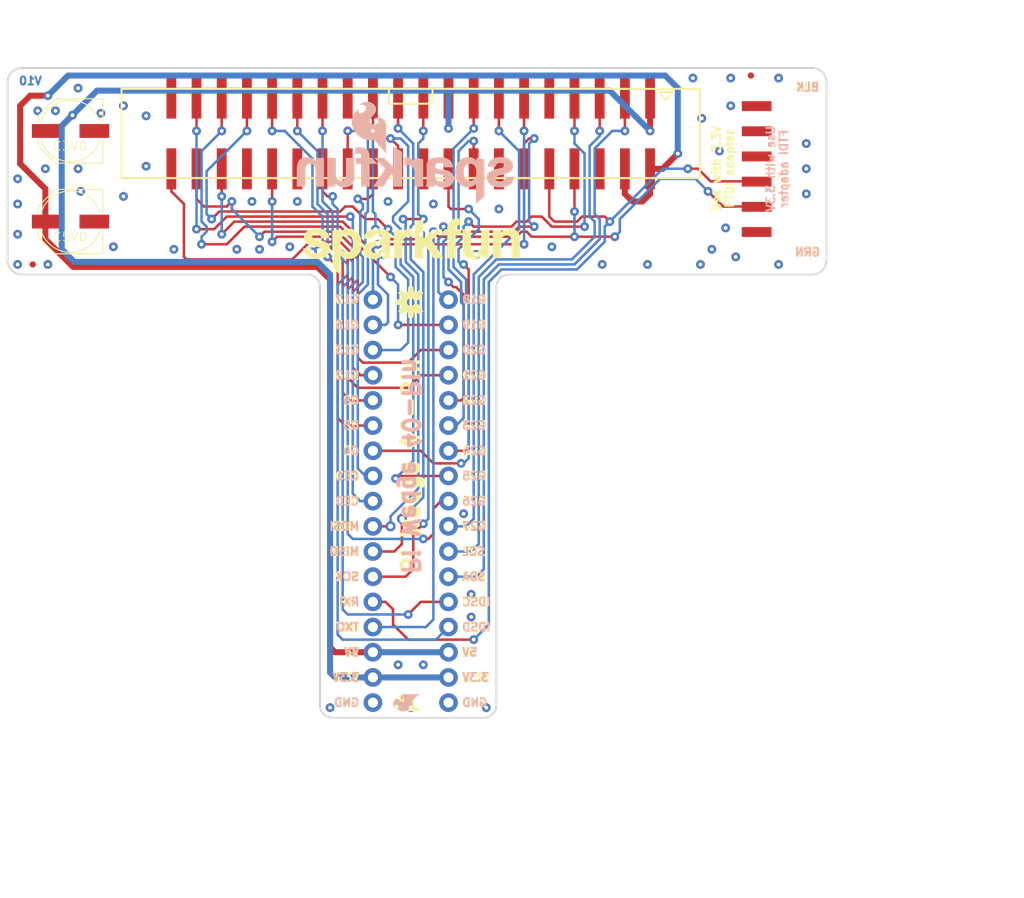
<source format=kicad_pcb>
(kicad_pcb (version 20211014) (generator pcbnew)
  (layers (0 "F.Cu" signal) (31 "B.Cu" signal) (34 "B.Paste" user) (35 "F.Paste" user) (36 "B.SilkS" user "B.Silkscreen") (37 "F.SilkS" user "F.Silkscreen") (38 "B.Mask" user) (39 "F.Mask" user) (44 "Edge.Cuts" user))
  (net 0 "")
  (net 1 "SCL")
  (net 2 "SDA")
  (net 3 "GND")
  (net 4 "5V")
  (net 5 "3.3V")
  (net 6 "TXO")
  (net 7 "RXI")
  (net 8 "GP4")
  (net 9 "GP27")
  (net 10 "GP25")
  (net 11 "GP24")
  (net 12 "GP23")
  (net 13 "GP22")
  (net 14 "GP18")
  (net 15 "GP17")
  (net 16 "ID_SD")
  (net 17 "ID_SC")
  (net 18 "SCLK")
  (net 19 "MISO")
  (net 20 "MOSI")
  (net 21 "CE0")
  (net 22 "CE1")
  (net 23 "GP5")
  (net 24 "GP6")
  (net 25 "GP12")
  (net 26 "GP13")
  (net 27 "GP16")
  (net 28 "GP19")
  (net 29 "GP20")
  (net 30 "GP21")
  (net 31 "GP26")
  (footprint "boardEagle:PANASONIC_D" (layer "F.Cu") (at 113.5761 78.5876 180)
    (fp_text reference "C3V0")
    (fp_text value "47uf")
  )
  (footprint "boardEagle:2X20-SHROUDED-SMT" (layer "F.Cu") (at 147.8661 78.8416 -90)
    (fp_text reference "JP2" hide)
    (fp_text value "RASPBERRYPI-40-PIN-GPIO-SMT")
  )
  (footprint "boardEagle:SFE_LOGO_NAME_.2" (layer "F.Cu") (at 137.0711 93.0656)
    (fp_text reference "LOGO1" hide)
    (fp_text value "SFE_LOGO_NAME.2_INCH" hide)
  )
  (footprint "boardEagle:MICRO-FIDUCIAL" (layer "F.Cu") (at 182.1561 72.9996)
    (fp_text reference "FID1" hide)
    (fp_text value "FIDUCIALUFIDUCIAL" hide)
  )
  (footprint "boardEagle:STAND-OFF" (layer "F.Cu") (at 174.5361 88.2396)
    (fp_text reference "STANDOFF2" hide)
    (fp_text value "STAND-OFF" hide)
  )
  (footprint "boardEagle:BREADBOARD_SPACING" (layer "F.Cu") (at 147.8661 68.9356)
    (fp_text reference "U$2" hide)
    (fp_text value "BREADBOARD_PATTERN" hide)
  )
  (footprint "boardEagle:PANASONIC_D" (layer "F.Cu") (at 113.5761 87.7316 180)
    (fp_text reference "C5V0")
    (fp_text value "47uf")
  )
  (footprint "boardEagle:STAND-OFF" (layer "F.Cu") (at 121.1961 88.2396)
    (fp_text reference "STANDOFF1" hide)
    (fp_text value "STAND-OFF" hide)
  )
  (footprint "boardEagle:FTDI_DEVICE_RA_SMT" (layer "F.Cu") (at 187.7441 82.4296 90)
    (fp_text reference "JP1")
    (fp_text value "FTDI Device")
  )
  (footprint "boardEagle:SFE_LOGO_FLAME_.1" (layer "F.Cu") (at 149.1361 137.3886 90)
    (fp_text reference "LOGO3" hide)
    (fp_text value "SFE_LOGO_FLAME.1_INCH" hide)
  )
  (footprint "boardEagle:CREATIVE_COMMONS" (layer "F.Cu") (at 126.7841 155.5496)
    (fp_text reference "FRAME2" hide)
    (fp_text value "FRAME-LETTER" hide)
  )
  (footprint "boardEagle:OSHW-LOGO-S" (layer "F.Cu") (at 147.8661 95.8596 90)
    (fp_text reference "LOGO5" hide)
    (fp_text value "OSHW-LOGOS" hide)
  )
  (footprint "boardEagle:MICRO-FIDUCIAL" (layer "F.Cu") (at 109.7661 92.0496)
    (fp_text reference "FID2" hide)
    (fp_text value "FIDUCIALUFIDUCIAL" hide)
  )
  (footprint "boardEagle:1X17_NO_SILK_KIT" (layer "B.Cu") (at 144.0561 136.2456 90)
    (fp_text reference "JP3" hide)
    (fp_text value "1x17" hide)
  )
  (footprint "boardEagle:SFE_LOGO_FLAME_.1" (layer "B.Cu") (at 149.0091 135.1026 -90)
    (fp_text reference "LOGO4" hide)
    (fp_text value "SFE_LOGO_FLAME.1_INCH" hide)
  )
  (footprint "boardEagle:1X17_NO_SILK_KIT" (layer "B.Cu") (at 151.6761 136.2456 90)
    (fp_text reference "JP4" hide)
    (fp_text value "1x17" hide)
  )
  (footprint "boardEagle:SFE_LOGO_NAME_FLAME_.2" (layer "B.Cu") (at 158.9151 85.9536 180)
    (fp_text reference "LOGO2" hide)
    (fp_text value "SFE_LOGO_NAME_FLAME.2_INCH" hide)
  )
  (gr_line (start 188.339259 72.2376) (end 108.66294 72.2376) (layer "Edge.Cuts") (width 0.2032))
  (gr_line (start 107.2261 73.674441) (end 107.2261 91.62876) (layer "Edge.Cuts") (width 0.2032))
  (gr_arc (start 108.66294 93.0656) (mid 107.646941 92.644759) (end 107.2261 91.62876) (layer "Edge.Cuts") (width 0.2032))
  (gr_line (start 138.7221 94.3356) (end 138.7221 136.4996) (layer "Edge.Cuts") (width 0.2032))
  (gr_arc (start 107.226099 73.674441) (mid 107.64694 72.658441) (end 108.66294 72.2376) (layer "Edge.Cuts") (width 0.2032))
  (gr_arc (start 139.9921 137.7696) (mid 139.094074 137.397626) (end 138.7221 136.4996) (layer "Edge.Cuts") (width 0.2032))
  (gr_arc (start 156.5021 94.3356) (mid 156.874074 93.437574) (end 157.7721 93.0656) (layer "Edge.Cuts") (width 0.2032))
  (gr_line (start 108.66294 93.0656) (end 137.4521 93.0656) (layer "Edge.Cuts") (width 0.2032))
  (gr_arc (start 188.339257 72.2376) (mid 189.355258 72.658441) (end 189.7761 73.674441) (layer "Edge.Cuts") (width 0.2032))
  (gr_arc (start 137.4521 93.0656) (mid 138.350126 93.437574) (end 138.7221 94.3356) (layer "Edge.Cuts") (width 0.2032))
  (gr_line (start 156.5021 136.4996) (end 156.5021 94.3356) (layer "Edge.Cuts") (width 0.2032))
  (gr_arc (start 156.5021 136.4996) (mid 156.130126 137.397626) (end 155.2321 137.7696) (layer "Edge.Cuts") (width 0.2032))
  (gr_line (start 139.9921 137.7696) (end 155.2321 137.7696) (layer "Edge.Cuts") (width 0.2032))
  (gr_arc (start 189.7761 91.62876) (mid 189.355259 92.64476) (end 188.339259 93.065601) (layer "Edge.Cuts") (width 0.2032))
  (gr_line (start 188.339259 93.0656) (end 157.7721 93.0656) (layer "Edge.Cuts") (width 0.2032))
  (gr_line (start 189.7761 73.674441) (end 189.7761 91.62876) (layer "Edge.Cuts") (width 0.2032))
  (gr_text "V10" (at 110.7821 74.0156) (layer "B.Cu") (effects (font (size 0.8128 0.8128) (thickness 0.2032)) (justify left bottom mirror)))
  (gr_text "G13" (at 142.7861 100.6856) (layer "B.SilkS") (effects (font (size 0.82296 0.82296) (thickness 0.19304)) (justify left mirror)))
  (gr_text "GND" (at 142.7861 136.2456) (layer "B.SilkS") (effects (font (size 0.82296 0.82296) (thickness 0.19304)) (justify left mirror)))
  (gr_text "SDA" (at 152.9461 123.5456) (layer "B.SilkS") (effects (font (size 0.82296 0.82296) (thickness 0.19304)) (justify right mirror)))
  (gr_text "3.3V" (at 152.9461 133.7056) (layer "B.SilkS") (effects (font (size 0.82296 0.82296) (thickness 0.19304)) (justify right mirror)))
  (gr_text "G23" (at 152.9461 108.3056) (layer "B.SilkS") (effects (font (size 0.82296 0.82296) (thickness 0.19304)) (justify right mirror)))
  (gr_text "G24" (at 152.9461 110.8456) (layer "B.SilkS") (effects (font (size 0.82296 0.82296) (thickness 0.19304)) (justify right mirror)))
  (gr_text "G17" (at 142.7861 95.6056) (layer "B.SilkS") (effects (font (size 0.82296 0.82296) (thickness 0.19304)) (justify left mirror)))
  (gr_text "3.3V" (at 142.7861 133.7056) (layer "B.SilkS") (effects (font (size 0.82296 0.82296) (thickness 0.19304)) (justify left mirror)))
  (gr_text "SCK" (at 142.7861 123.5456) (layer "B.SilkS") (effects (font (size 0.82296 0.82296) (thickness 0.19304)) (justify left mirror)))
  (gr_text "5V" (at 152.9461 131.1656) (layer "B.SilkS") (effects (font (size 0.82296 0.82296) (thickness 0.19304)) (justify right mirror)))
  (gr_text "Use with 3.3V\nFTDI adapter" (at 185.9661 82.3976 -270) (layer "B.SilkS") (effects (font (size 0.82296 0.82296) (thickness 0.19304)) (justify bottom mirror)))
  (gr_text "G4" (at 142.7861 110.8456) (layer "B.SilkS") (effects (font (size 0.82296 0.82296) (thickness 0.19304)) (justify left mirror)))
  (gr_text "SCL" (at 152.9461 121.0056) (layer "B.SilkS") (effects (font (size 0.82296 0.82296) (thickness 0.19304)) (justify right mirror)))
  (gr_text "G25" (at 152.9461 113.3856) (layer "B.SilkS") (effects (font (size 0.82296 0.82296) (thickness 0.19304)) (justify right mirror)))
  (gr_text "CE1" (at 142.7861 113.3856) (layer "B.SilkS") (effects (font (size 0.82296 0.82296) (thickness 0.19304)) (justify left mirror)))
  (gr_text "TXO" (at 142.7861 128.6256) (layer "B.SilkS") (effects (font (size 0.82296 0.82296) (thickness 0.19304)) (justify left mirror)))
  (gr_text "BLK" (at 187.8711 74.6506) (layer "B.SilkS") (effects (font (size 0.82296 0.82296) (thickness 0.19304)) (justify bottom mirror)))
  (gr_text "G18" (at 152.9461 95.6056) (layer "B.SilkS") (effects (font (size 0.82296 0.82296) (thickness 0.19304)) (justify right mirror)))
  (gr_text "GND" (at 152.9461 136.2456) (layer "B.SilkS") (effects (font (size 0.82296 0.82296) (thickness 0.19304)) (justify right mirror)))
  (gr_text "G27" (at 152.9461 118.4656) (layer "B.SilkS") (effects (font (size 0.82296 0.82296) (thickness 0.19304)) (justify right mirror)))
  (gr_text "G19" (at 152.9461 98.1456) (layer "B.SilkS") (effects (font (size 0.82296 0.82296) (thickness 0.19304)) (justify right mirror)))
  (gr_text "G12" (at 142.7861 103.2256) (layer "B.SilkS") (effects (font (size 0.82296 0.82296) (thickness 0.19304)) (justify left mirror)))
  (gr_text "G26" (at 152.9461 115.9256) (layer "B.SilkS") (effects (font (size 0.82296 0.82296) (thickness 0.19304)) (justify right mirror)))
  (gr_text "MISO" (at 142.7861 121.0056) (layer "B.SilkS") (effects (font (size 0.82296 0.82296) (thickness 0.19304)) (justify left mirror)))
  (gr_text "MOSI" (at 142.7861 118.4656) (layer "B.SilkS") (effects (font (size 0.82296 0.82296) (thickness 0.19304)) (justify left mirror)))
  (gr_text "CE0" (at 142.7861 115.9256) (layer "B.SilkS") (effects (font (size 0.82296 0.82296) (thickness 0.19304)) (justify left mirror)))
  (gr_text "G16" (at 142.7861 98.1456) (layer "B.SilkS") (effects (font (size 0.82296 0.82296) (thickness 0.19304)) (justify left mirror)))
  (gr_text "G20" (at 152.9461 100.6856) (layer "B.SilkS") (effects (font (size 0.82296 0.82296) (thickness 0.19304)) (justify right mirror)))
  (gr_text "Pi Wedge 40-Pin" (at 147.8661 112.3696 -90) (layer "B.SilkS") (effects (font (size 1.64592 1.64592) (thickness 0.38608)) (justify mirror)))
  (gr_text "RXI" (at 142.7861 126.0856) (layer "B.SilkS") (effects (font (size 0.82296 0.82296) (thickness 0.19304)) (justify left mirror)))
  (gr_text "IDSC" (at 152.9461 126.0856) (layer "B.SilkS") (effects (font (size 0.82296 0.82296) (thickness 0.19304)) (justify right mirror)))
  (gr_text "G21" (at 152.9461 103.2256) (layer "B.SilkS") (effects (font (size 0.82296 0.82296) (thickness 0.19304)) (justify right mirror)))
  (gr_text "G5" (at 142.7861 108.3056) (layer "B.SilkS") (effects (font (size 0.82296 0.82296) (thickness 0.19304)) (justify left mirror)))
  (gr_text "GRN" (at 187.8711 91.2876) (layer "B.SilkS") (effects (font (size 0.82296 0.82296) (thickness 0.19304)) (justify bottom mirror)))
  (gr_text "5V" (at 142.7861 131.1656) (layer "B.SilkS") (effects (font (size 0.82296 0.82296) (thickness 0.19304)) (justify left mirror)))
  (gr_text "G22" (at 152.9461 105.7656) (layer "B.SilkS") (effects (font (size 0.82296 0.82296) (thickness 0.19304)) (justify right mirror)))
  (gr_text "G6" (at 142.7861 105.7656) (layer "B.SilkS") (effects (font (size 0.82296 0.82296) (thickness 0.19304)) (justify left mirror)))
  (gr_text "IDSD" (at 152.9461 128.6256) (layer "B.SilkS") (effects (font (size 0.82296 0.82296) (thickness 0.19304)) (justify right mirror)))
  (gr_text "MISO" (at 142.7861 121.0056) (layer "F.SilkS") (effects (font (size 0.82296 0.82296) (thickness 0.19304)) (justify right)))
  (gr_text "5V" (at 152.9461 131.1656) (layer "F.SilkS") (effects (font (size 0.82296 0.82296) (thickness 0.19304)) (justify left)))
  (gr_text "SCL" (at 152.9461 121.0056) (layer "F.SilkS") (effects (font (size 0.82296 0.82296) (thickness 0.19304)) (justify left)))
  (gr_text "Use with 3.3V\nFTDI adapter" (at 180.5051 82.3976 90) (layer "F.SilkS") (effects (font (size 0.82296 0.82296) (thickness 0.19304)) (justify bottom)))
  (gr_text "G17" (at 142.7861 95.6056) (layer "F.SilkS") (effects (font (size 0.82296 0.82296) (thickness 0.19304)) (justify right)))
  (gr_text "BLK" (at 187.8711 74.6506) (layer "F.SilkS") (effects (font (size 0.82296 0.82296) (thickness 0.19304)) (justify bottom)))
  (gr_text "G20" (at 152.9461 100.6856) (layer "F.SilkS") (effects (font (size 0.82296 0.82296) (thickness 0.19304)) (justify left)))
  (gr_text "3.3V" (at 152.9461 133.7056) (layer "F.SilkS") (effects (font (size 0.82296 0.82296) (thickness 0.19304)) (justify left)))
  (gr_text "CE1" (at 142.7861 113.3856) (layer "F.SilkS") (effects (font (size 0.82296 0.82296) (thickness 0.19304)) (justify right)))
  (gr_text "G6" (at 142.7861 105.7656) (layer "F.SilkS") (effects (font (size 0.82296 0.82296) (thickness 0.19304)) (justify right)))
  (gr_text "GND" (at 142.7861 136.2456) (layer "F.SilkS") (effects (font (size 0.82296 0.82296) (thickness 0.19304)) (justify right)))
  (gr_text "MOSI" (at 142.7861 118.4656) (layer "F.SilkS") (effects (font (size 0.82296 0.82296) (thickness 0.19304)) (justify right)))
  (gr_text "G23" (at 152.9461 108.3056) (layer "F.SilkS") (effects (font (size 0.82296 0.82296) (thickness 0.19304)) (justify left)))
  (gr_text "5V" (at 142.7861 131.1656) (layer "F.SilkS") (effects (font (size 0.82296 0.82296) (thickness 0.19304)) (justify right)))
  (gr_text "G25" (at 152.9461 113.3856) (layer "F.SilkS") (effects (font (size 0.82296 0.82296) (thickness 0.19304)) (justify left)))
  (gr_text "G5" (at 142.7861 108.3056) (layer "F.SilkS") (effects (font (size 0.82296 0.82296) (thickness 0.19304)) (justify right)))
  (gr_text "G12" (at 142.7861 103.2256) (layer "F.SilkS") (effects (font (size 0.82296 0.82296) (thickness 0.19304)) (justify right)))
  (gr_text "GRN" (at 187.8711 91.2876) (layer "F.SilkS") (effects (font (size 0.82296 0.82296) (thickness 0.19304)) (justify bottom)))
  (gr_text "G18" (at 152.9461 95.6056) (layer "F.SilkS") (effects (font (size 0.82296 0.82296) (thickness 0.19304)) (justify left)))
  (gr_text "RXI" (at 142.7861 126.0856) (layer "F.SilkS") (effects (font (size 0.82296 0.82296) (thickness 0.19304)) (justify right)))
  (gr_text "CE0" (at 142.7861 115.9256) (layer "F.SilkS") (effects (font (size 0.82296 0.82296) (thickness 0.19304)) (justify right)))
  (gr_text "G19" (at 152.9461 98.1456) (layer "F.SilkS") (effects (font (size 0.82296 0.82296) (thickness 0.19304)) (justify left)))
  (gr_text "IDSD" (at 152.9461 128.6256) (layer "F.SilkS") (effects (font (size 0.82296 0.82296) (thickness 0.19304)) (justify left)))
  (gr_text "G4" (at 142.7861 110.8456) (layer "F.SilkS") (effects (font (size 0.82296 0.82296) (thickness 0.19304)) (justify right)))
  (gr_text "TXO" (at 142.7861 128.6256) (layer "F.SilkS") (effects (font (size 0.82296 0.82296) (thickness 0.19304)) (justify right)))
  (gr_text "G24" (at 152.9461 110.8456) (layer "F.SilkS") (effects (font (size 0.82296 0.82296) (thickness 0.19304)) (justify left)))
  (gr_text "SDA" (at 152.9461 123.5456) (layer "F.SilkS") (effects (font (size 0.82296 0.82296) (thickness 0.19304)) (justify left)))
  (gr_text "G16" (at 142.7861 98.1456) (layer "F.SilkS") (effects (font (size 0.82296 0.82296) (thickness 0.19304)) (justify right)))
  (gr_text "IDSC" (at 152.9461 126.0856) (layer "F.SilkS") (effects (font (size 0.82296 0.82296) (thickness 0.19304)) (justify left)))
  (gr_text "G13" (at 142.7861 100.6856) (layer "F.SilkS") (effects (font (size 0.82296 0.82296) (thickness 0.19304)) (justify right)))
  (gr_text "G21" (at 152.9461 103.2256) (layer "F.SilkS") (effects (font (size 0.82296 0.82296) (thickness 0.19304)) (justify left)))
  (gr_text "GND" (at 152.9461 136.2456) (layer "F.SilkS") (effects (font (size 0.82296 0.82296) (thickness 0.19304)) (justify left)))
  (gr_text "Pi Wedge 40-Pin" (at 147.8661 112.3696 90) (layer "F.SilkS") (effects (font (size 1.64592 1.64592) (thickness 0.38608))))
  (gr_text "G26" (at 152.9461 115.9256) (layer "F.SilkS") (effects (font (size 0.82296 0.82296) (thickness 0.19304)) (justify left)))
  (gr_text "SCK" (at 142.7861 123.5456) (layer "F.SilkS") (effects (font (size 0.82296 0.82296) (thickness 0.19304)) (justify right)))
  (gr_text "G27" (at 152.9461 118.4656) (layer "F.SilkS") (effects (font (size 0.82296 0.82296) (thickness 0.19304)) (justify left)))
  (gr_text "3.3V" (at 142.7861 133.7056) (layer "F.SilkS") (effects (font (size 0.82296 0.82296) (thickness 0.19304)) (justify right)))
  (gr_text "G22" (at 152.9461 105.7656) (layer "F.SilkS") (effects (font (size 0.82296 0.82296) (thickness 0.19304)) (justify left)))
  (segment (start 166.9161 75.2729) (end 166.9161 78.5876) (width 0.254) (layer "F.Cu") (net 1))
  (via (at 166.9161 78.5876) (size 0.889) (drill 0.381) (layers "F.Cu" "B.Cu") (net 1))
  (segment (start 153.9621 121.0056) (end 154.7241 120.2436) (width 0.254) (layer "B.Cu") (net 1))
  (segment (start 166.9161 78.5876) (end 166.9161 79.0956) (width 0.254) (layer "B.Cu") (net 1))
  (segment (start 154.7241 120.2436) (end 154.7241 93.3196) (width 0.254) (layer "B.Cu") (net 1))
  (segment (start 156.5021 91.5416) (end 164.1221 91.5416) (width 0.254) (layer "B.Cu") (net 1))
  (segment (start 164.1221 91.5416) (end 166.4081 89.2556) (width 0.254) (layer "B.Cu") (net 1))
  (segment (start 166.9161 79.0956) (end 165.9001 80.1116) (width 0.254) (layer "B.Cu") (net 1))
  (segment (start 165.9001 87.2236) (end 165.9001 80.1116) (width 0.254) (layer "B.Cu") (net 1))
  (segment (start 151.6761 121.0056) (end 153.9621 121.0056) (width 0.254) (layer "B.Cu") (net 1))
  (segment (start 154.7241 93.3196) (end 156.5021 91.5416) (width 0.254) (layer "B.Cu") (net 1))
  (segment (start 166.4081 87.7316) (end 165.9001 87.2236) (width 0.254) (layer "B.Cu") (net 1))
  (segment (start 166.4081 89.2556) (end 166.4081 87.7316) (width 0.254) (layer "B.Cu") (net 1))
  (segment (start 169.4561 75.2729) (end 169.4561 78.5876) (width 0.254) (layer "F.Cu") (net 2))
  (via (at 169.4561 78.5876) (size 0.889) (drill 0.381) (layers "F.Cu" "B.Cu") (net 2))
  (segment (start 166.9161 87.4776) (end 166.9161 89.5096) (width 0.254) (layer "B.Cu") (net 2))
  (segment (start 166.9161 89.5096) (end 164.3761 92.0496) (width 0.254) (layer "B.Cu") (net 2))
  (segment (start 151.6761 123.5456) (end 154.4701 123.5456) (width 0.254) (layer "B.Cu") (net 2))
  (segment (start 169.4561 78.5876) (end 168.1861 78.5876) (width 0.254) (layer "B.Cu") (net 2))
  (segment (start 168.1861 78.5876) (end 166.4081 80.3656) (width 0.254) (layer "B.Cu") (net 2))
  (segment (start 156.7561 92.0496) (end 155.2321 93.5736) (width 0.254) (layer "B.Cu") (net 2))
  (segment (start 166.4081 80.3656) (end 166.4081 86.9696) (width 0.254) (layer "B.Cu") (net 2))
  (segment (start 164.3761 92.0496) (end 156.7561 92.0496) (width 0.254) (layer "B.Cu") (net 2))
  (segment (start 166.4081 86.9696) (end 166.9161 87.4776) (width 0.254) (layer "B.Cu") (net 2))
  (segment (start 154.4701 123.5456) (end 155.2321 122.7836) (width 0.254) (layer "B.Cu") (net 2))
  (segment (start 155.2321 122.7836) (end 155.2321 93.5736) (width 0.254) (layer "B.Cu") (net 2))
  (via (at 108.2421 92.0496) (size 0.889) (drill 0.381) (layers "F.Cu" "B.Cu") (net 3))
  (via (at 179.6161 88.3666) (size 0.889) (drill 0.381) (layers "F.Cu" "B.Cu") (net 3))
  (via (at 156.7561 86.4616) (size 0.889) (drill 0.381) (layers "F.Cu" "B.Cu") (net 3))
  (via (at 167.1701 92.0496) (size 0.889) (drill 0.381) (layers "F.Cu" "B.Cu") (net 3))
  (via (at 180.1241 73.2536) (size 0.889) (drill 0.381) (layers "F.Cu" "B.Cu") (net 3))
  (via (at 116.6241 76.8096) (size 0.889) (drill 0.381) (layers "F.Cu" "B.Cu") (net 3))
  (via (at 177.0761 92.0496) (size 0.889) (drill 0.381) (layers "F.Cu" "B.Cu") (net 3))
  (via (at 149.1361 132.4356) (size 0.889) (drill 0.381) (layers "F.Cu" "B.Cu") (net 3))
  (via (at 153.9621 127.6096) (size 0.889) (drill 0.381) (layers "F.Cu" "B.Cu") (net 3))
  (via (at 162.0901 90.2716) (size 0.889) (drill 0.381) (layers "F.Cu" "B.Cu") (net 3))
  (via (at 114.3381 82.3976) (size 0.889) (drill 0.381) (layers "F.Cu" "B.Cu") (net 3))
  (via (at 123.9901 90.5256) (size 0.889) (drill 0.381) (layers "F.Cu" "B.Cu") (net 3))
  (via (at 184.9501 92.0496) (size 0.889) (drill 0.381) (layers "F.Cu" "B.Cu") (net 3))
  (via (at 112.0521 76.5556) (size 0.889) (drill 0.381) (layers "F.Cu" "B.Cu") (net 3))
  (via (at 132.6261 90.5256) (size 0.889) (drill 0.381) (layers "F.Cu" "B.Cu") (net 3))
  (via (at 147.8661 136.7536) (size 0.889) (drill 0.381) (layers "F.Cu" "B.Cu") (net 3))
  (via (at 180.6321 91.2876) (size 0.889) (drill 0.381) (layers "F.Cu" "B.Cu") (net 3))
  (via (at 121.1961 77.0636) (size 0.889) (drill 0.381) (layers "F.Cu" "B.Cu") (net 3))
  (via (at 139.7381 136.7536) (size 0.889) (drill 0.381) (layers "F.Cu" "B.Cu") (net 3))
  (via (at 118.9101 85.1916) (size 0.889) (drill 0.381) (layers "F.Cu" "B.Cu") (net 3))
  (via (at 121.1961 82.1436) (size 0.889) (drill 0.381) (layers "F.Cu" "B.Cu") (net 3))
  (via (at 111.0361 82.3976) (size 0.889) (drill 0.381) (layers "F.Cu" "B.Cu") (net 3))
  (via (at 145.5801 85.6996) (size 0.889) (drill 0.381) (layers "F.Cu" "B.Cu") (net 3))
  (via (at 155.4861 136.7536) (size 0.889) (drill 0.381) (layers "F.Cu" "B.Cu") (net 3))
  (via (at 117.8941 90.2716) (size 0.889) (drill 0.381) (layers "F.Cu" "B.Cu") (net 3))
  (via (at 180.1241 76.0476) (size 0.889) (drill 0.381) (layers "F.Cu" "B.Cu") (net 3))
  (via (at 187.7441 82.3976) (size 0.889) (drill 0.381) (layers "F.Cu" "B.Cu") (net 3))
  (via (at 154.4701 91.0336) (size 0.889) (drill 0.381) (layers "F.Cu" "B.Cu") (net 3))
  (via (at 150.1521 85.9536) (size 0.889) (drill 0.381) (layers "F.Cu" "B.Cu") (net 3))
  (via (at 135.6741 90.2716) (size 0.889) (drill 0.381) (layers "F.Cu" "B.Cu") (net 3))
  (via (at 176.3141 73.2536) (size 0.889) (drill 0.381) (layers "F.Cu" "B.Cu") (net 3))
  (via (at 153.9621 125.3236) (size 0.889) (drill 0.381) (layers "F.Cu" "B.Cu") (net 3))
  (via (at 108.2421 83.4136) (size 0.889) (drill 0.381) (layers "F.Cu" "B.Cu") (net 3))
  (via (at 118.9101 76.0476) (size 0.889) (drill 0.381) (layers "F.Cu" "B.Cu") (net 3))
  (via (at 108.2421 89.0016) (size 0.889) (drill 0.381) (layers "F.Cu" "B.Cu") (net 3))
  (via (at 114.3381 74.2696) (size 0.889) (drill 0.381) (layers "F.Cu" "B.Cu") (net 3))
  (via (at 110.2741 76.5556) (size 0.889) (drill 0.381) (layers "F.Cu" "B.Cu") (net 3))
  (via (at 131.8641 85.6996) (size 0.889) (drill 0.381) (layers "F.Cu" "B.Cu") (net 3))
  (via (at 177.2031 77.3176) (size 0.889) (drill 0.381) (layers "F.Cu" "B.Cu") (net 3))
  (via (at 136.4361 85.6996) (size 0.889) (drill 0.381) (layers "F.Cu" "B.Cu") (net 3))
  (via (at 130.3401 90.5256) (size 0.889) (drill 0.381) (layers "F.Cu" "B.Cu") (net 3))
  (via (at 108.2421 85.9536) (size 0.889) (drill 0.381) (layers "F.Cu" "B.Cu") (net 3))
  (via (at 187.7441 79.8576) (size 0.889) (drill 0.381) (layers "F.Cu" "B.Cu") (net 3))
  (via (at 187.7441 84.9376) (size 0.889) (drill 0.381) (layers "F.Cu" "B.Cu") (net 3))
  (via (at 178.9811 80.6196) (size 0.889) (drill 0.381) (layers "F.Cu" "B.Cu") (net 3))
  (via (at 184.9501 73.2536) (size 0.889) (drill 0.381) (layers "F.Cu" "B.Cu") (net 3))
  (via (at 114.5921 84.6836) (size 0.889) (drill 0.381) (layers "F.Cu" "B.Cu") (net 3))
  (via (at 178.2191 90.5256) (size 0.889) (drill 0.381) (layers "F.Cu" "B.Cu") (net 3))
  (via (at 153.2001 117.1956) (size 0.889) (drill 0.381) (layers "F.Cu" "B.Cu") (net 3))
  (via (at 146.5961 132.4356) (size 0.889) (drill 0.381) (layers "F.Cu" "B.Cu") (net 3))
  (via (at 111.2901 92.0496) (size 0.889) (drill 0.381) (layers "F.Cu" "B.Cu") (net 3))
  (via (at 171.7421 92.0496) (size 0.889) (drill 0.381) (layers "F.Cu" "B.Cu") (net 3))
  (segment (start 173.2534 82.4103) (end 174.7901 80.8736) (width 0.6096) (layer "F.Cu") (net 4))
  (segment (start 169.4561 84.9376) (end 170.2181 85.6996) (width 0.6096) (layer "F.Cu") (net 4))
  (segment (start 111.0361 89.5096) (end 113.8301 92.3036) (width 0.6096) (layer "F.Cu") (net 4))
  (segment (start 140.2461 131.1656) (end 139.7381 130.6576) (width 0.6096) (layer "F.Cu") (net 4))
  (segment (start 108.4961 81.8896) (end 111.0361 84.4296) (width 0.6096) (layer "F.Cu") (net 4))
  (segment (start 139.7381 130.6576) (end 139.7381 93.5736) (width 0.6096) (layer "F.Cu") (net 4))
  (segment (start 171.9961 84.9376) (end 171.9961 82.4103) (width 0.6096) (layer "F.Cu") (net 4))
  (segment (start 169.4561 82.4103) (end 169.4561 84.9376) (width 0.6096) (layer "F.Cu") (net 4))
  (segment (start 170.2181 85.6996) (end 171.2341 85.6996) (width 0.6096) (layer "F.Cu") (net 4))
  (segment (start 139.7381 93.5736) (end 138.4681 92.3036) (width 0.6096) (layer "F.Cu") (net 4))
  (segment (start 111.0361 88.2396) (end 111.0361 89.5096) (width 0.6096) (layer "F.Cu") (net 4))
  (segment (start 111.0361 87.7316) (end 111.0361 88.2396) (width 0.6096) (layer "F.Cu") (net 4))
  (segment (start 108.4961 76.0476) (end 109.5121 75.0316) (width 0.6096) (layer "F.Cu") (net 4))
  (segment (start 111.0361 87.7316) (end 111.1761 87.7316) (width 0.6096) (layer "F.Cu") (net 4))
  (segment (start 171.9961 82.4103) (end 173.2534 82.4103) (width 0.6096) (layer "F.Cu") (net 4))
  (segment (start 111.4301 87.8456) (end 111.0361 88.2396) (width 0.254) (layer "F.Cu") (net 4))
  (segment (start 109.5121 75.0316) (end 111.2901 75.0316) (width 0.6096) (layer "F.Cu") (net 4))
  (segment (start 108.4961 76.0476) (end 108.4961 81.8896) (width 0.6096) (layer "F.Cu") (net 4))
  (segment (start 138.4681 92.3036) (end 113.8301 92.3036) (width 0.6096) (layer "F.Cu") (net 4))
  (segment (start 171.2341 85.6996) (end 171.9961 84.9376) (width 0.6096) (layer "F.Cu") (net 4))
  (segment (start 144.0561 131.1656) (end 140.2461 131.1656) (width 0.6096) (layer "F.Cu") (net 4))
  (segment (start 111.0361 84.4296) (end 111.0361 87.7316) (width 0.6096) (layer "F.Cu") (net 4))
  (via (at 174.7901 80.8736) (size 0.889) (drill 0.381) (layers "F.Cu" "B.Cu") (net 4))
  (via (at 111.2901 75.0316) (size 0.889) (drill 0.381) (layers "F.Cu" "B.Cu") (net 4))
  (segment (start 144.0561 131.1656) (end 151.6761 131.1656) (width 0.6096) (layer "B.Cu") (net 4))
  (segment (start 173.5201 72.9996) (end 113.3221 72.9996) (width 0.6096) (layer "B.Cu") (net 4))
  (segment (start 174.7901 74.2696) (end 174.7901 80.8736) (width 0.6096) (layer "B.Cu") (net 4))
  (segment (start 173.5201 72.9996) (end 174.7901 74.2696) (width 0.6096) (layer "B.Cu") (net 4))
  (segment (start 113.3221 72.9996) (end 111.2901 75.0316) (width 0.6096) (layer "B.Cu") (net 4))
  (segment (start 171.9961 78.5876) (end 171.9961 75.2729) (width 0.6096) (layer "F.Cu") (net 5))
  (segment (start 113.7031 77.0636) (end 113.7666 77.0001) (width 0.6096) (layer "F.Cu") (net 5))
  (segment (start 111.1761 78.5876) (end 112.1791 78.5876) (width 0.6096) (layer "F.Cu") (net 5))
  (segment (start 151.6761 75.2729) (end 151.6761 78.3336) (width 0.6096) (layer "F.Cu") (net 5))
  (segment (start 112.1791 78.5876) (end 113.7666 77.0001) (width 0.6096) (layer "F.Cu") (net 5))
  (via (at 113.7666 77.0001) (size 0.889) (drill 0.381) (layers "F.Cu" "B.Cu") (net 5))
  (via (at 151.6761 78.3336) (size 0.889) (drill 0.381) (layers "F.Cu" "B.Cu") (net 5))
  (via (at 171.9961 78.5876) (size 0.889) (drill 0.381) (layers "F.Cu" "B.Cu") (net 5))
  (segment (start 144.0561 133.7056) (end 140.2461 133.7056) (width 0.6096) (layer "B.Cu") (net 5))
  (segment (start 113.7666 77.0001) (end 112.6871 78.0796) (width 0.6096) (layer "B.Cu") (net 5))
  (segment (start 112.6871 90.5256) (end 113.9571 91.7956) (width 0.6096) (layer "B.Cu") (net 5))
  (segment (start 138.4681 91.7956) (end 113.9571 91.7956) (width 0.6096) (layer "B.Cu") (net 5))
  (segment (start 167.9321 74.5236) (end 151.6761 74.5236) (width 0.6096) (layer "B.Cu") (net 5))
  (segment (start 139.7381 133.1976) (end 139.7381 93.0656) (width 0.6096) (layer "B.Cu") (net 5))
  (segment (start 139.7381 93.0656) (end 138.4681 91.7956) (width 0.6096) (layer "B.Cu") (net 5))
  (segment (start 151.6761 133.7056) (end 144.0561 133.7056) (width 0.6096) (layer "B.Cu") (net 5))
  (segment (start 151.6761 74.5236) (end 116.2431 74.5236) (width 0.6096) (layer "B.Cu") (net 5))
  (segment (start 140.2461 133.7056) (end 139.7381 133.1976) (width 0.6096) (layer "B.Cu") (net 5))
  (segment (start 112.6871 78.0796) (end 112.6871 90.5256) (width 0.6096) (layer "B.Cu") (net 5))
  (segment (start 167.9321 74.5236) (end 171.9961 78.5876) (width 0.6096) (layer "B.Cu") (net 5))
  (segment (start 116.2431 74.5236) (end 113.7666 77.0001) (width 0.6096) (layer "B.Cu") (net 5))
  (segment (start 151.6761 78.3336) (end 151.6761 74.5236) (width 0.6096) (layer "B.Cu") (net 5))
  (segment (start 179.3621 86.2076) (end 177.8381 84.6836) (width 0.254) (layer "F.Cu") (net 6))
  (segment (start 159.5501 88.7476) (end 160.0581 89.2556) (width 0.254) (layer "F.Cu") (net 6))
  (segment (start 182.7441 86.2396) (end 182.7121 86.2076) (width 0.254) (layer "F.Cu") (net 6))
  (segment (start 158.5341 89.2556) (end 159.0421 88.7476) (width 0.254) (layer "F.Cu") (net 6))
  (segment (start 182.7121 86.2076) (end 179.3621 86.2076) (width 0.254) (layer "F.Cu") (net 6))
  (segment (start 164.3761 89.2556) (end 168.4401 89.2556) (width 0.254) (layer "F.Cu") (net 6))
  (segment (start 159.0421 88.7476) (end 159.5501 88.7476) (width 0.254) (layer "F.Cu") (net 6))
  (segment (start 164.3761 82.4103) (end 164.3761 86.7156) (width 0.254) (layer "F.Cu") (net 6))
  (segment (start 150.1521 88.7476) (end 150.6601 89.2556) (width 0.254) (layer "F.Cu") (net 6))
  (segment (start 160.0581 89.2556) (end 164.3761 89.2556) (width 0.254) (layer "F.Cu") (net 6))
  (segment (start 150.6601 89.2556) (end 158.5341 89.2556) (width 0.254) (layer "F.Cu") (net 6))
  (via (at 164.3761 86.7156) (size 0.889) (drill 0.381) (layers "F.Cu" "B.Cu") (net 6))
  (via (at 164.3761 89.2556) (size 0.889) (drill 0.381) (layers "F.Cu" "B.Cu") (net 6))
  (via (at 177.8381 84.6836) (size 0.889) (drill 0.381) (layers "F.Cu" "B.Cu") (net 6))
  (via (at 168.4401 89.2556) (size 0.889) (drill 0.381) (layers "F.Cu" "B.Cu") (net 6))
  (via (at 150.1521 88.7476) (size 0.889) (drill 0.381) (layers "F.Cu" "B.Cu") (net 6))
  (segment (start 150.1521 127.8636) (end 150.1521 88.7476) (width 0.254) (layer "B.Cu") (net 6))
  (segment (start 168.9481 88.7476) (end 168.9481 87.4776) (width 0.254) (layer "B.Cu") (net 6))
  (segment (start 144.0561 128.6256) (end 149.3901 128.6256) (width 0.254) (layer "B.Cu") (net 6))
  (segment (start 177.8381 84.6836) (end 176.5681 83.4136) (width 0.254) (layer "B.Cu") (net 6))
  (segment (start 173.0121 83.4136) (end 176.5681 83.4136) (width 0.254) (layer "B.Cu") (net 6))
  (segment (start 168.9481 87.4776) (end 173.0121 83.4136) (width 0.254) (layer "B.Cu") (net 6))
  (segment (start 168.4401 89.2556) (end 168.9481 88.7476) (width 0.254) (layer "B.Cu") (net 6))
  (segment (start 164.3761 86.7156) (end 164.3761 89.2556) (width 0.254) (layer "B.Cu") (net 6))
  (segment (start 149.3901 128.6256) (end 150.1521 127.8636) (width 0.254) (layer "B.Cu") (net 6))
  (segment (start 176.8221 82.3976) (end 178.0921 83.6676) (width 0.254) (layer "F.Cu") (net 7))
  (segment (start 165.1381 87.2236) (end 164.6301 87.7316) (width 0.254) (layer "F.Cu") (net 7))
  (segment (start 164.6301 87.7316) (end 162.3441 87.7316) (width 0.254) (layer "F.Cu") (net 7))
  (segment (start 162.3441 87.7316) (end 161.8361 87.2236) (width 0.254) (layer "F.Cu") (net 7))
  (segment (start 182.7121 83.6676) (end 178.0921 83.6676) (width 0.254) (layer "F.Cu") (net 7))
  (segment (start 167.4241 87.2236) (end 165.1381 87.2236) (width 0.254) (layer "F.Cu") (net 7))
  (segment (start 161.8361 87.2236) (end 161.8361 82.4103) (width 0.254) (layer "F.Cu") (net 7))
  (segment (start 144.0561 126.0856) (end 145.3261 126.0856) (width 0.254) (layer "F.Cu") (net 7))
  (segment (start 146.0881 128.3716) (end 147.6121 129.8956) (width 0.254) (layer "F.Cu") (net 7))
  (segment (start 146.0881 126.8476) (end 146.0881 128.3716) (width 0.254) (layer "F.Cu") (net 7))
  (segment (start 182.7441 83.6996) (end 182.7121 83.6676) (width 0.254) (layer "F.Cu") (net 7))
  (segment (start 147.6121 129.8956) (end 154.2161 129.8956) (width 0.254) (layer "F.Cu") (net 7))
  (segment (start 167.9321 87.7316) (end 167.4241 87.2236) (width 0.254) (layer "F.Cu") (net 7))
  (segment (start 145.3261 126.0856) (end 146.0881 126.8476) (width 0.254) (layer "F.Cu") (net 7))
  (segment (start 175.8061 82.3976) (end 176.8221 82.3976) (width 0.254) (layer "F.Cu") (net 7))
  (via (at 175.8061 82.3976) (size 0.889) (drill 0.381) (layers "F.Cu" "B.Cu") (net 7))
  (via (at 154.2161 129.8956) (size 0.889) (drill 0.381) (layers "F.Cu" "B.Cu") (net 7))
  (via (at 167.9321 87.7316) (size 0.889) (drill 0.381) (layers "F.Cu" "B.Cu") (net 7))
  (segment (start 155.7401 93.8276) (end 157.0101 92.5576) (width 0.254) (layer "B.Cu") (net 7))
  (segment (start 167.4241 89.7636) (end 167.4241 88.2396) (width 0.254) (layer "B.Cu") (net 7))
  (segment (start 155.7401 128.3716) (end 155.7401 93.8276) (width 0.254) (layer "B.Cu") (net 7))
  (segment (start 167.4241 88.2396) (end 167.9321 87.7316) (width 0.254) (layer "B.Cu") (net 7))
  (segment (start 173.2661 82.3976) (end 175.8061 82.3976) (width 0.254) (layer "B.Cu") (net 7))
  (segment (start 154.2161 129.8956) (end 155.7401 128.3716) (width 0.254) (layer "B.Cu") (net 7))
  (segment (start 157.0101 92.5576) (end 164.6301 92.5576) (width 0.254) (layer "B.Cu") (net 7))
  (segment (start 167.9321 87.7316) (end 173.2661 82.3976) (width 0.254) (layer "B.Cu") (net 7))
  (segment (start 164.6301 92.5576) (end 167.4241 89.7636) (width 0.254) (layer "B.Cu") (net 7))
  (segment (start 162.0901 88.2396) (end 165.3921 88.2396) (width 0.254) (layer "F.Cu") (net 8))
  (segment (start 144.0561 110.8456) (end 148.8821 110.8456) (width 0.254) (layer "F.Cu") (net 8))
  (segment (start 159.5501 87.7316) (end 160.0581 87.2236) (width 0.254) (layer "F.Cu") (net 8))
  (segment (start 158.5341 87.7316) (end 159.5501 87.7316) (width 0.254) (layer "F.Cu") (net 8))
  (segment (start 164.3761 75.2729) (end 164.3761 78.5876) (width 0.254) (layer "F.Cu") (net 8))
  (segment (start 161.0741 87.2236) (end 162.0901 88.2396) (width 0.254) (layer "F.Cu") (net 8))
  (segment (start 160.0581 87.2236) (end 161.0741 87.2236) (width 0.254) (layer "F.Cu") (net 8))
  (segment (start 153.7081 87.7316) (end 154.2161 88.2396) (width 0.254) (layer "F.Cu") (net 8))
  (segment (start 150.1521 112.1156) (end 152.9461 112.1156) (width 0.254) (layer "F.Cu") (net 8))
  (segment (start 154.2161 88.2396) (end 158.0261 88.2396) (width 0.254) (layer "F.Cu") (net 8))
  (segment (start 158.0261 88.2396) (end 158.5341 87.7316) (width 0.254) (layer "F.Cu") (net 8))
  (segment (start 148.8821 110.8456) (end 150.1521 112.1156) (width 0.254) (layer "F.Cu") (net 8))
  (via (at 153.7081 87.7316) (size 0.889) (drill 0.381) (layers "F.Cu" "B.Cu") (net 8))
  (via (at 164.3761 78.5876) (size 0.889) (drill 0.381) (layers "F.Cu" "B.Cu") (net 8))
  (via (at 152.9461 112.1156) (size 0.889) (drill 0.381) (layers "F.Cu" "B.Cu") (net 8))
  (via (at 165.3921 88.2396) (size 0.889) (drill 0.381) (layers "F.Cu" "B.Cu") (net 8))
  (segment (start 153.7081 95.8596) (end 153.4541 95.6056) (width 0.254) (layer "B.Cu") (net 8))
  (segment (start 153.2001 112.1156) (end 153.7081 111.6076) (width 0.254) (layer "B.Cu") (net 8))
  (segment (start 153.2001 88.2396) (end 153.7081 87.7316) (width 0.254) (layer "B.Cu") (net 8))
  (segment (start 153.2001 89.2556) (end 153.2001 88.2396) (width 0.254) (layer "B.Cu") (net 8))
  (segment (start 164.3761 78.5876) (end 164.3761 79.8576) (width 0.254) (layer "B.Cu") (net 8))
  (segment (start 153.7081 111.6076) (end 153.7081 95.8596) (width 0.254) (layer "B.Cu") (net 8))
  (segment (start 152.1841 90.2716) (end 153.2001 89.2556) (width 0.254) (layer "B.Cu") (net 8))
  (segment (start 152.1841 92.3036) (end 152.1841 90.2716) (width 0.254) (layer "B.Cu") (net 8))
  (segment (start 153.4541 95.6056) (end 153.4541 93.5736) (width 0.254) (layer "B.Cu") (net 8))
  (segment (start 164.3761 79.8576) (end 165.3921 80.8736) (width 0.254) (layer "B.Cu") (net 8))
  (segment (start 165.3921 88.2396) (end 165.3921 80.8736) (width 0.254) (layer "B.Cu") (net 8))
  (segment (start 153.4541 93.5736) (end 152.1841 92.3036) (width 0.254) (layer "B.Cu") (net 8))
  (segment (start 152.9461 112.1156) (end 153.2001 112.1156) (width 0.254) (layer "B.Cu") (net 8))
  (segment (start 156.7561 75.2729) (end 156.7561 78.5876) (width 0.254) (layer "F.Cu") (net 9))
  (via (at 156.7561 78.5876) (size 0.889) (drill 0.381) (layers "F.Cu" "B.Cu") (net 9))
  (segment (start 158.7881 80.6196) (end 156.7561 78.5876) (width 0.254) (layer "B.Cu") (net 9))
  (segment (start 154.2161 93.0656) (end 158.7881 88.4936) (width 0.254) (layer "B.Cu") (net 9))
  (segment (start 158.7881 88.4936) (end 158.7881 80.6196) (width 0.254) (layer "B.Cu") (net 9))
  (segment (start 153.4541 118.4656) (end 154.2161 117.7036) (width 0.254) (layer "B.Cu") (net 9))
  (segment (start 154.2161 117.7036) (end 154.2161 93.0656) (width 0.254) (layer "B.Cu") (net 9))
  (segment (start 151.6761 118.4656) (end 153.4541 118.4656) (width 0.254) (layer "B.Cu") (net 9))
  (segment (start 151.6761 113.3856) (end 146.5961 113.3856) (width 0.254) (layer "F.Cu") (net 10))
  (segment (start 145.8341 79.3496) (end 146.5961 80.1116) (width 0.254) (layer "F.Cu") (net 10))
  (segment (start 146.5961 113.3856) (end 146.3421 113.6396) (width 0.254) (layer "F.Cu") (net 10))
  (segment (start 146.5961 80.1116) (end 146.5961 82.4103) (width 0.254) (layer "F.Cu") (net 10))
  (via (at 145.8341 79.3496) (size 0.889) (drill 0.381) (layers "F.Cu" "B.Cu") (net 10))
  (via (at 146.3421 113.6396) (size 0.889) (drill 0.381) (layers "F.Cu" "B.Cu") (net 10))
  (segment (start 148.1201 93.3196) (end 146.8501 92.0496) (width 0.254) (layer "B.Cu") (net 10))
  (segment (start 146.8501 88.4936) (end 146.0881 87.7316) (width 0.254) (layer "B.Cu") (net 10))
  (segment (start 146.8501 79.3496) (end 145.8341 79.3496) (width 0.254) (layer "B.Cu") (net 10))
  (segment (start 147.6121 85.6996) (end 147.6121 80.1116) (width 0.254) (layer "B.Cu") (net 10))
  (segment (start 146.3421 113.6396) (end 148.1201 111.8616) (width 0.254) (layer "B.Cu") (net 10))
  (segment (start 147.6121 80.1116) (end 146.8501 79.3496) (width 0.254) (layer "B.Cu") (net 10))
  (segment (start 148.1201 111.8616) (end 148.1201 93.3196) (width 0.254) (layer "B.Cu") (net 10))
  (segment (start 146.0881 87.7316) (end 146.0881 87.2236) (width 0.254) (layer "B.Cu") (net 10))
  (segment (start 146.8501 92.0496) (end 146.8501 88.4936) (width 0.254) (layer "B.Cu") (net 10))
  (segment (start 146.0881 87.2236) (end 147.6121 85.6996) (width 0.254) (layer "B.Cu") (net 10))
  (segment (start 153.7081 92.5576) (end 153.2001 92.0496) (width 0.254) (layer "F.Cu") (net 11))
  (segment (start 151.9301 86.4616) (end 153.7081 86.4616) (width 0.254) (layer "F.Cu") (net 11))
  (segment (start 153.7081 110.5916) (end 153.7081 92.5576) (width 0.254) (layer "F.Cu") (net 11))
  (segment (start 151.6761 82.4103) (end 151.6761 86.2076) (width 0.254) (layer "F.Cu") (net 11))
  (segment (start 151.6761 86.2076) (end 151.9301 86.4616) (width 0.254) (layer "F.Cu") (net 11))
  (segment (start 151.6761 110.8456) (end 153.4541 110.8456) (width 0.254) (layer "F.Cu") (net 11))
  (segment (start 153.4541 110.8456) (end 153.7081 110.5916) (width 0.254) (layer "F.Cu") (net 11))
  (via (at 153.2001 92.0496) (size 0.889) (drill 0.381) (layers "F.Cu" "B.Cu") (net 11))
  (via (at 153.7081 86.4616) (size 0.889) (drill 0.381) (layers "F.Cu" "B.Cu") (net 11))
  (segment (start 152.9461 92.0496) (end 152.6921 91.7956) (width 0.254) (layer "B.Cu") (net 11))
  (segment (start 152.9461 92.0496) (end 153.2001 92.0496) (width 0.254) (layer "B.Cu") (net 11))
  (segment (start 154.7241 87.4776) (end 154.7241 88.4936) (width 0.254) (layer "B.Cu") (net 11))
  (segment (start 153.7081 86.4616) (end 154.7241 87.4776) (width 0.254) (layer "B.Cu") (net 11))
  (segment (start 152.6921 91.7956) (end 152.6921 90.5256) (width 0.254) (layer "B.Cu") (net 11))
  (segment (start 154.7241 88.4936) (end 152.6921 90.5256) (width 0.254) (layer "B.Cu") (net 11))
  (segment (start 154.2161 82.4103) (end 154.2161 79.6036) (width 0.254) (layer "F.Cu") (net 12))
  (via (at 154.2161 79.6036) (size 0.889) (drill 0.381) (layers "F.Cu" "B.Cu") (net 12))
  (segment (start 152.6921 89.0016) (end 152.6921 80.6196) (width 0.254) (layer "B.Cu") (net 12))
  (segment (start 152.9461 93.8276) (end 151.6761 92.5576) (width 0.254) (layer "B.Cu") (net 12))
  (segment (start 151.6761 108.3056) (end 152.4381 108.3056) (width 0.254) (layer "B.Cu") (net 12))
  (segment (start 152.6921 80.6196) (end 153.7081 79.6036) (width 0.254) (layer "B.Cu") (net 12))
  (segment (start 151.6761 90.0176) (end 152.6921 89.0016) (width 0.254) (layer "B.Cu") (net 12))
  (segment (start 153.2001 96.1136) (end 152.9461 95.8596) (width 0.254) (layer "B.Cu") (net 12))
  (segment (start 152.9461 95.8596) (end 152.9461 93.8276) (width 0.254) (layer "B.Cu") (net 12))
  (segment (start 151.6761 92.5576) (end 151.6761 90.0176) (width 0.254) (layer "B.Cu") (net 12))
  (segment (start 153.7081 79.6036) (end 154.2161 79.6036) (width 0.254) (layer "B.Cu") (net 12))
  (segment (start 152.4381 108.3056) (end 153.2001 107.5436) (width 0.254) (layer "B.Cu") (net 12))
  (segment (start 153.2001 107.5436) (end 153.2001 96.1136) (width 0.254) (layer "B.Cu") (net 12))
  (segment (start 152.9461 105.7656) (end 153.2001 105.5116) (width 0.254) (layer "F.Cu") (net 13))
  (segment (start 152.1841 94.3356) (end 151.6761 93.8276) (width 0.254) (layer "F.Cu") (net 13))
  (segment (start 153.2001 105.5116) (end 153.2001 95.0976) (width 0.254) (layer "F.Cu") (net 13))
  (segment (start 154.2161 75.2729) (end 154.2161 78.3336) (width 0.254) (layer "F.Cu") (net 13))
  (segment (start 152.4381 94.3356) (end 152.1841 94.3356) (width 0.254) (layer "F.Cu") (net 13))
  (segment (start 151.6761 105.7656) (end 152.9461 105.7656) (width 0.254) (layer "F.Cu") (net 13))
  (segment (start 153.2001 95.0976) (end 152.4381 94.3356) (width 0.254) (layer "F.Cu") (net 13))
  (via (at 151.6761 93.8276) (size 0.889) (drill 0.381) (layers "F.Cu" "B.Cu") (net 13))
  (via (at 154.2161 78.3336) (size 0.889) (drill 0.381) (layers "F.Cu" "B.Cu") (net 13))
  (segment (start 151.1681 93.3196) (end 151.1681 89.7636) (width 0.254) (layer "B.Cu") (net 13))
  (segment (start 151.1681 89.7636) (end 152.1841 88.7476) (width 0.254) (layer "B.Cu") (net 13))
  (segment (start 152.1841 80.3656) (end 154.2161 78.3336) (width 0.254) (layer "B.Cu") (net 13))
  (segment (start 151.6761 93.8276) (end 151.1681 93.3196) (width 0.254) (layer "B.Cu") (net 13))
  (segment (start 152.1841 88.7476) (end 152.1841 80.3656) (width 0.254) (layer "B.Cu") (net 13))
  (segment (start 159.8041 79.3496) (end 159.2961 79.8576) (width 0.254) (layer "F.Cu") (net 14))
  (segment (start 151.6761 88.7476) (end 158.2801 88.7476) (width 0.254) (layer "F.Cu") (net 14))
  (segment (start 160.3121 79.3496) (end 159.8041 79.3496) (width 0.254) (layer "F.Cu") (net 14))
  (segment (start 158.2801 88.7476) (end 158.7881 88.2396) (width 0.254) (layer "F.Cu") (net 14))
  (segment (start 158.7881 88.2396) (end 160.3121 88.2396) (width 0.254) (layer "F.Cu") (net 14))
  (segment (start 151.1681 88.2396) (end 151.6761 88.7476) (width 0.254) (layer "F.Cu") (net 14))
  (segment (start 159.2961 79.8576) (end 159.2961 82.4103) (width 0.254) (layer "F.Cu") (net 14))
  (via (at 151.1681 88.2396) (size 0.889) (drill 0.381) (layers "F.Cu" "B.Cu") (net 14))
  (via (at 160.3121 79.3496) (size 0.889) (drill 0.381) (layers "F.Cu" "B.Cu") (net 14))
  (via (at 160.3121 88.2396) (size 0.889) (drill 0.381) (layers "F.Cu" "B.Cu") (net 14))
  (segment (start 151.4221 95.6056) (end 150.6601 94.8436) (width 0.254) (layer "B.Cu") (net 14))
  (segment (start 151.1681 89.0016) (end 151.1681 88.2396) (width 0.254) (layer "B.Cu") (net 14))
  (segment (start 159.8041 87.7316) (end 159.8041 79.8576) (width 0.254) (layer "B.Cu") (net 14))
  (segment (start 159.8041 79.8576) (end 160.3121 79.3496) (width 0.254) (layer "B.Cu") (net 14))
  (segment (start 151.6761 95.6056) (end 151.4221 95.6056) (width 0.254) (layer "B.Cu") (net 14))
  (segment (start 150.6601 89.5096) (end 151.1681 89.0016) (width 0.254) (layer "B.Cu") (net 14))
  (segment (start 160.3121 88.2396) (end 159.8041 87.7316) (width 0.254) (layer "B.Cu") (net 14))
  (segment (start 150.6601 94.8436) (end 150.6601 89.5096) (width 0.254) (layer "B.Cu") (net 14))
  (segment (start 144.5641 90.0176) (end 159.2961 90.0176) (width 0.254) (layer "F.Cu") (net 15))
  (segment (start 159.2961 75.2729) (end 159.2961 78.5876) (width 0.254) (layer "F.Cu") (net 15))
  (via (at 159.2961 78.5876) (size 0.889) (drill 0.381) (layers "F.Cu" "B.Cu") (net 15))
  (via (at 144.5641 90.0176) (size 0.889) (drill 0.381) (layers "F.Cu" "B.Cu") (net 15))
  (via (at 159.2961 90.0176) (size 0.889) (drill 0.381) (layers "F.Cu" "B.Cu") (net 15))
  (segment (start 144.0561 90.5256) (end 144.5641 90.0176) (width 0.254) (layer "B.Cu") (net 15))
  (segment (start 144.0561 95.6056) (end 144.0561 90.5256) (width 0.254) (layer "B.Cu") (net 15))
  (segment (start 159.2961 78.5876) (end 159.2961 90.0176) (width 0.254) (layer "B.Cu") (net 15))
  (segment (start 138.9761 75.2729) (end 138.9761 78.5876) (width 0.254) (layer "F.Cu") (net 16))
  (via (at 138.9761 78.5876) (size 0.889) (drill 0.381) (layers "F.Cu" "B.Cu") (net 16))
  (segment (start 139.9921 86.7156) (end 138.9761 85.6996) (width 0.254) (layer "B.Cu") (net 16))
  (segment (start 151.6761 128.6256) (end 150.4061 129.8956) (width 0.254) (layer "B.Cu") (net 16))
  (segment (start 141.5161 93.0656) (end 141.5161 92.0496) (width 0.254) (layer "B.Cu") (net 16))
  (segment (start 140.5001 129.3876) (end 140.5001 94.0816) (width 0.254) (layer "B.Cu") (net 16))
  (segment (start 141.0081 129.8956) (end 140.5001 129.3876) (width 0.254) (layer "B.Cu") (net 16))
  (segment (start 150.4061 129.8956) (end 141.0081 129.8956) (width 0.254) (layer "B.Cu") (net 16))
  (segment (start 140.5001 94.0816) (end 141.5161 93.0656) (width 0.254) (layer "B.Cu") (net 16))
  (segment (start 139.9921 90.5256) (end 139.9921 86.7156) (width 0.254) (layer "B.Cu") (net 16))
  (segment (start 141.5161 92.0496) (end 139.9921 90.5256) (width 0.254) (layer "B.Cu") (net 16))
  (segment (start 138.9761 78.5876) (end 138.9761 85.6996) (width 0.254) (layer "B.Cu") (net 16))
  (segment (start 138.9761 84.6836) (end 139.4841 85.1916) (width 0.254) (layer "F.Cu") (net 17))
  (segment (start 148.8821 126.0856) (end 147.6121 127.3556) (width 0.254) (layer "F.Cu") (net 17))
  (segment (start 138.9761 82.4103) (end 138.9761 84.6836) (width 0.254) (layer "F.Cu") (net 17))
  (segment (start 139.4841 85.1916) (end 139.9921 85.1916) (width 0.254) (layer "F.Cu") (net 17))
  (segment (start 151.6761 126.0856) (end 148.8821 126.0856) (width 0.254) (layer "F.Cu") (net 17))
  (via (at 139.9921 85.1916) (size 0.889) (drill 0.381) (layers "F.Cu" "B.Cu") (net 17))
  (via (at 147.6121 127.3556) (size 0.889) (drill 0.381) (layers "F.Cu" "B.Cu") (net 17))
  (segment (start 139.9921 85.9536) (end 139.9921 85.1916) (width 0.254) (layer "B.Cu") (net 17))
  (segment (start 141.0081 94.3356) (end 142.0241 93.3196) (width 0.254) (layer "B.Cu") (net 17))
  (segment (start 142.0241 93.3196) (end 142.0241 91.7956) (width 0.254) (layer "B.Cu") (net 17))
  (segment (start 141.5161 127.3556) (end 141.0081 126.8476) (width 0.254) (layer "B.Cu") (net 17))
  (segment (start 142.0241 91.7956) (end 140.5001 90.2716) (width 0.254) (layer "B.Cu") (net 17))
  (segment (start 147.6121 127.3556) (end 141.5161 127.3556) (width 0.254) (layer "B.Cu") (net 17))
  (segment (start 141.0081 126.8476) (end 141.0081 94.3356) (width 0.254) (layer "B.Cu") (net 17))
  (segment (start 140.5001 90.2716) (end 140.5001 86.4616) (width 0.254) (layer "B.Cu") (net 17))
  (segment (start 140.5001 86.4616) (end 139.9921 85.9536) (width 0.254) (layer "B.Cu") (net 17))
  (segment (start 144.3101 88.4936) (end 145.3261 89.5096) (width 0.254) (layer "F.Cu") (net 18))
  (segment (start 148.3741 89.5096) (end 148.8821 89.0016) (width 0.254) (layer "F.Cu") (net 18))
  (segment (start 144.0561 75.2729) (end 144.0561 78.5876) (width 0.254) (layer "F.Cu") (net 18))
  (segment (start 144.0561 123.5456) (end 147.3581 123.5456) (width 0.254) (layer "F.Cu") (net 18))
  (segment (start 148.1201 119.2276) (end 149.1361 118.2116) (width 0.254) (layer "F.Cu") (net 18))
  (segment (start 147.3581 123.5456) (end 148.1201 122.7836) (width 0.254) (layer "F.Cu") (net 18))
  (segment (start 148.1201 122.7836) (end 148.1201 119.2276) (width 0.254) (layer "F.Cu") (net 18))
  (segment (start 145.3261 89.5096) (end 148.3741 89.5096) (width 0.254) (layer "F.Cu") (net 18))
  (via (at 148.8821 89.0016) (size 0.889) (drill 0.381) (layers "F.Cu" "B.Cu") (net 18))
  (via (at 144.0561 78.5876) (size 0.889) (drill 0.381) (layers "F.Cu" "B.Cu") (net 18))
  (via (at 149.1361 118.2116) (size 0.889) (drill 0.381) (layers "F.Cu" "B.Cu") (net 18))
  (via (at 144.3101 88.4936) (size 0.889) (drill 0.381) (layers "F.Cu" "B.Cu") (net 18))
  (segment (start 144.0561 78.5876) (end 144.0561 86.7156) (width 0.254) (layer "B.Cu") (net 18))
  (segment (start 149.1361 118.2116) (end 149.6441 117.7036) (width 0.254) (layer "B.Cu") (net 18))
  (segment (start 144.0561 86.7156) (end 144.3101 86.9696) (width 0.254) (layer "B.Cu") (net 18))
  (segment (start 148.8821 89.0016) (end 149.6441 89.7636) (width 0.254) (layer "B.Cu") (net 18))
  (segment (start 144.3101 86.9696) (end 144.3101 88.4936) (width 0.254) (layer "B.Cu") (net 18))
  (segment (start 149.6441 117.7036) (end 149.6441 89.7636) (width 0.254) (layer "B.Cu") (net 18))
  (segment (start 146.5961 75.2729) (end 146.5961 78.3336) (width 0.254) (layer "F.Cu") (net 19))
  (segment (start 144.0561 121.0056) (end 146.2151 121.0056) (width 0.254) (layer "F.Cu") (net 19))
  (segment (start 146.9771 120.2436) (end 146.9771 117.7036) (width 0.254) (layer "F.Cu") (net 19))
  (segment (start 146.2151 121.0056) (end 146.9771 120.2436) (width 0.254) (layer "F.Cu") (net 19))
  (via (at 146.5961 78.3336) (size 0.889) (drill 0.381) (layers "F.Cu" "B.Cu") (net 19))
  (via (at 146.9771 117.7036) (size 1.016) (drill 0.508) (layers "F.Cu" "B.Cu") (net 19))
  (segment (start 149.1361 115.5446) (end 149.1361 92.8116) (width 0.254) (layer "B.Cu") (net 19))
  (segment (start 149.1361 92.8116) (end 147.8661 91.5416) (width 0.254) (layer "B.Cu") (net 19))
  (segment (start 147.8661 91.5416) (end 147.8661 88.2396) (width 0.254) (layer "B.Cu") (net 19))
  (segment (start 146.9771 117.7036) (end 149.1361 115.5446) (width 0.254) (layer "B.Cu") (net 19))
  (segment (start 146.5961 78.3336) (end 148.1201 79.8576) (width 0.254) (layer "B.Cu") (net 19))
  (segment (start 148.1201 87.9856) (end 148.1201 79.8576) (width 0.254) (layer "B.Cu") (net 19))
  (segment (start 147.8661 88.2396) (end 148.1201 87.9856) (width 0.254) (layer "B.Cu") (net 19))
  (segment (start 149.1361 75.2729) (end 149.1361 78.5876) (width 0.254) (layer "F.Cu") (net 20))
  (segment (start 147.1041 87.4776) (end 149.1361 87.4776) (width 0.254) (layer "F.Cu") (net 20))
  (segment (start 144.0561 118.4656) (end 145.8341 118.4656) (width 0.254) (layer "F.Cu") (net 20))
  (via (at 149.1361 87.4776) (size 0.889) (drill 0.381) (layers "F.Cu" "B.Cu") (net 20))
  (via (at 149.1361 78.5876) (size 0.889) (drill 0.381) (layers "F.Cu" "B.Cu") (net 20))
  (via (at 145.8341 118.4656) (size 1.016) (drill 0.508) (layers "F.Cu" "B.Cu") (net 20))
  (via (at 147.1041 87.4776) (size 0.889) (drill 0.381) (layers "F.Cu" "B.Cu") (net 20))
  (segment (start 145.8341 118.4656) (end 145.8341 117.4496) (width 0.254) (layer "B.Cu") (net 20))
  (segment (start 145.8341 117.4496) (end 148.6281 114.6556) (width 0.254) (layer "B.Cu") (net 20))
  (segment (start 149.1361 87.4776) (end 148.6281 86.9696) (width 0.254) (layer "B.Cu") (net 20))
  (segment (start 148.6281 86.9696) (end 148.6281 79.8576) (width 0.254) (layer "B.Cu") (net 20))
  (segment (start 149.1361 79.3496) (end 148.6281 79.8576) (width 0.254) (layer "B.Cu") (net 20))
  (segment (start 147.3581 87.7316) (end 147.1041 87.4776) (width 0.254) (layer "B.Cu") (net 20))
  (segment (start 149.1361 78.5876) (end 149.1361 79.3496) (width 0.254) (layer "B.Cu") (net 20))
  (segment (start 148.6281 114.6556) (end 148.6281 93.0656) (width 0.254) (layer "B.Cu") (net 20))
  (segment (start 148.6281 93.0656) (end 147.3581 91.7956) (width 0.254) (layer "B.Cu") (net 20))
  (segment (start 147.3581 91.7956) (end 147.3581 87.7316) (width 0.254) (layer "B.Cu") (net 20))
  (segment (start 144.0561 82.4103) (end 144.0561 84.9376) (width 0.254) (layer "F.Cu") (net 21))
  (segment (start 144.0561 84.9376) (end 143.5481 85.4456) (width 0.254) (layer "F.Cu") (net 21))
  (segment (start 143.5481 85.4456) (end 142.5321 85.4456) (width 0.254) (layer "F.Cu") (net 21))
  (via (at 142.5321 85.4456) (size 0.889) (drill 0.381) (layers "F.Cu" "B.Cu") (net 21))
  (segment (start 144.0561 115.9256) (end 142.7861 115.9256) (width 0.254) (layer "B.Cu") (net 21))
  (segment (start 143.0401 93.8276) (end 143.0401 91.2876) (width 0.254) (layer "B.Cu") (net 21))
  (segment (start 142.0241 115.1636) (end 142.0241 94.8436) (width 0.254) (layer "B.Cu") (net 21))
  (segment (start 143.0401 86.4616) (end 143.0401 85.9536) (width 0.254) (layer "B.Cu") (net 21))
  (segment (start 142.7861 115.9256) (end 142.0241 115.1636) (width 0.254) (layer "B.Cu") (net 21))
  (segment (start 142.7861 86.7156) (end 143.0401 86.4616) (width 0.254) (layer "B.Cu") (net 21))
  (segment (start 142.7861 91.0336) (end 142.7861 86.7156) (width 0.254) (layer "B.Cu") (net 21))
  (segment (start 143.0401 91.2876) (end 142.7861 91.0336) (width 0.254) (layer "B.Cu") (net 21))
  (segment (start 142.5321 85.4456) (end 143.0401 85.9536) (width 0.254) (layer "B.Cu") (net 21))
  (segment (start 142.0241 94.8436) (end 143.0401 93.8276) (width 0.254) (layer "B.Cu") (net 21))
  (segment (start 141.5161 82.4103) (end 141.5161 78.5876) (width 0.254) (layer "F.Cu") (net 22))
  (via (at 141.5161 78.5876) (size 0.889) (drill 0.381) (layers "F.Cu" "B.Cu") (net 22))
  (segment (start 141.5161 78.5876) (end 142.7861 78.5876) (width 0.254) (layer "B.Cu") (net 22))
  (segment (start 143.5481 94.0816) (end 143.5481 91.0336) (width 0.254) (layer "B.Cu") (net 22))
  (segment (start 143.5481 91.0336) (end 143.2941 90.7796) (width 0.254) (layer "B.Cu") (net 22))
  (segment (start 142.7861 78.5876) (end 143.5481 79.3496) (width 0.254) (layer "B.Cu") (net 22))
  (segment (start 144.0561 113.3856) (end 143.2941 113.3856) (width 0.254) (layer "B.Cu") (net 22))
  (segment (start 143.2941 86.9696) (end 143.5481 86.7156) (width 0.254) (layer "B.Cu") (net 22))
  (segment (start 143.2941 90.7796) (end 143.2941 86.9696) (width 0.254) (layer "B.Cu") (net 22))
  (segment (start 142.5321 95.0976) (end 143.5481 94.0816) (width 0.254) (layer "B.Cu") (net 22))
  (segment (start 143.2941 113.3856) (end 142.5321 112.6236) (width 0.254) (layer "B.Cu") (net 22))
  (segment (start 142.5321 112.6236) (end 142.5321 95.0976) (width 0.254) (layer "B.Cu") (net 22))
  (segment (start 143.5481 86.7156) (end 143.5481 79.3496) (width 0.254) (layer "B.Cu") (net 22))
  (segment (start 144.0561 108.3056) (end 141.2621 108.3056) (width 0.254) (layer "F.Cu") (net 23))
  (segment (start 136.4361 75.2729) (end 136.4361 78.5876) (width 0.254) (layer "F.Cu") (net 23))
  (segment (start 140.5001 107.5436) (end 140.5001 92.3036) (width 0.254) (layer "F.Cu") (net 23))
  (segment (start 139.4841 91.2876) (end 140.5001 92.3036) (width 0.254) (layer "F.Cu") (net 23))
  (segment (start 141.2621 108.3056) (end 140.5001 107.5436) (width 0.254) (layer "F.Cu") (net 23))
  (via (at 139.4841 91.2876) (size 0.889) (drill 0.381) (layers "F.Cu" "B.Cu") (net 23))
  (via (at 136.4361 78.5876) (size 0.889) (drill 0.381) (layers "F.Cu" "B.Cu") (net 23))
  (segment (start 138.4681 85.9536) (end 139.4841 86.9696) (width 0.254) (layer "B.Cu") (net 23))
  (segment (start 139.4841 86.9696) (end 139.4841 91.2876) (width 0.254) (layer "B.Cu") (net 23))
  (segment (start 138.4681 80.6196) (end 138.4681 85.9536) (width 0.254) (layer "B.Cu") (net 23))
  (segment (start 136.4361 78.5876) (end 138.4681 80.6196) (width 0.254) (layer "B.Cu") (net 23))
  (segment (start 141.7701 105.7656) (end 141.0081 105.0036) (width 0.254) (layer "F.Cu") (net 24))
  (segment (start 141.0081 91.5416) (end 139.7381 90.2716) (width 0.254) (layer "F.Cu") (net 24))
  (segment (start 141.0081 105.0036) (end 141.0081 91.5416) (width 0.254) (layer "F.Cu") (net 24))
  (segment (start 138.4681 90.2716) (end 137.9601 90.7796) (width 0.254) (layer "F.Cu") (net 24))
  (segment (start 139.7381 90.2716) (end 138.4681 90.2716) (width 0.254) (layer "F.Cu") (net 24))
  (segment (start 144.0561 105.7656) (end 141.7701 105.7656) (width 0.254) (layer "F.Cu") (net 24))
  (segment (start 133.8961 75.2729) (end 133.8961 78.5876) (width 0.254) (layer "F.Cu") (net 24))
  (via (at 133.8961 78.5876) (size 0.889) (drill 0.381) (layers "F.Cu" "B.Cu") (net 24))
  (via (at 137.9601 90.7796) (size 0.889) (drill 0.381) (layers "F.Cu" "B.Cu") (net 24))
  (segment (start 138.9761 87.2236) (end 137.9601 86.2076) (width 0.254) (layer "B.Cu") (net 24))
  (segment (start 138.9761 89.7636) (end 138.9761 87.2236) (width 0.254) (layer "B.Cu") (net 24))
  (segment (start 137.9601 81.3816) (end 137.9601 86.2076) (width 0.254) (layer "B.Cu") (net 24))
  (segment (start 135.1661 78.5876) (end 137.9601 81.3816) (width 0.254) (layer "B.Cu") (net 24))
  (segment (start 137.9601 90.7796) (end 138.9761 89.7636) (width 0.254) (layer "B.Cu") (net 24))
  (segment (start 133.8961 78.5876) (end 135.1661 78.5876) (width 0.254) (layer "B.Cu") (net 24))
  (segment (start 142.0241 102.4636) (end 142.0241 91.0336) (width 0.254) (layer "F.Cu") (net 25))
  (segment (start 142.0241 91.0336) (end 140.2461 89.2556) (width 0.254) (layer "F.Cu") (net 25))
  (segment (start 134.4041 89.2556) (end 140.2461 89.2556) (width 0.254) (layer "F.Cu") (net 25))
  (segment (start 142.7861 103.2256) (end 142.0241 102.4636) (width 0.254) (layer "F.Cu") (net 25))
  (segment (start 144.0561 103.2256) (end 142.7861 103.2256) (width 0.254) (layer "F.Cu") (net 25))
  (segment (start 133.8961 82.4103) (end 133.8961 85.6996) (width 0.254) (layer "F.Cu") (net 25))
  (segment (start 133.8961 89.7636) (end 134.4041 89.2556) (width 0.254) (layer "F.Cu") (net 25))
  (via (at 133.8961 89.7636) (size 0.889) (drill 0.381) (layers "F.Cu" "B.Cu") (net 25))
  (via (at 133.8961 85.6996) (size 0.889) (drill 0.381) (layers "F.Cu" "B.Cu") (net 25))
  (segment (start 133.8961 85.6996) (end 133.8961 89.7636) (width 0.254) (layer "B.Cu") (net 25))
  (segment (start 143.2941 87.4776) (end 144.5641 87.4776) (width 0.254) (layer "F.Cu") (net 26))
  (segment (start 144.5641 87.4776) (end 145.5801 88.4936) (width 0.254) (layer "F.Cu") (net 26))
  (segment (start 141.2621 86.2076) (end 142.0241 86.2076) (width 0.254) (layer "F.Cu") (net 26))
  (segment (start 128.5621 86.7156) (end 140.7541 86.7156) (width 0.254) (layer "F.Cu") (net 26))
  (segment (start 127.8001 87.4776) (end 128.5621 86.7156) (width 0.254) (layer "F.Cu") (net 26))
  (segment (start 131.3561 75.2729) (end 131.3561 78.5876) (width 0.254) (layer "F.Cu") (net 26))
  (segment (start 140.7541 86.7156) (end 141.2621 86.2076) (width 0.254) (layer "F.Cu") (net 26))
  (segment (start 142.0241 86.2076) (end 143.2941 87.4776) (width 0.254) (layer "F.Cu") (net 26))
  (via (at 145.5801 88.4936) (size 0.889) (drill 0.381) (layers "F.Cu" "B.Cu") (net 26))
  (via (at 127.8001 87.4776) (size 0.889) (drill 0.381) (layers "F.Cu" "B.Cu") (net 26))
  (via (at 131.3561 78.5876) (size 0.889) (drill 0.381) (layers "F.Cu" "B.Cu") (net 26))
  (segment (start 127.2921 86.9696) (end 127.8001 87.4776) (width 0.254) (layer "B.Cu") (net 26))
  (segment (start 144.0561 100.6856) (end 146.8501 100.6856) (width 0.254) (layer "B.Cu") (net 26))
  (segment (start 131.3561 78.5876) (end 127.2921 82.6516) (width 0.254) (layer "B.Cu") (net 26))
  (segment (start 147.6121 99.9236) (end 147.6121 93.5736) (width 0.254) (layer "B.Cu") (net 26))
  (segment (start 146.8501 100.6856) (end 147.6121 99.9236) (width 0.254) (layer "B.Cu") (net 26))
  (segment (start 146.3421 89.2556) (end 145.5801 88.4936) (width 0.254) (layer "B.Cu") (net 26))
  (segment (start 147.6121 93.5736) (end 146.3421 92.3036) (width 0.254) (layer "B.Cu") (net 26))
  (segment (start 127.2921 82.6516) (end 127.2921 86.9696) (width 0.254) (layer "B.Cu") (net 26))
  (segment (start 146.3421 92.3036) (end 146.3421 89.2556) (width 0.254) (layer "B.Cu") (net 26))
  (segment (start 128.8161 82.4103) (end 128.8161 85.1916) (width 0.254) (layer "F.Cu") (net 27))
  (segment (start 145.0721 91.0336) (end 144.3101 91.0336) (width 0.254) (layer "F.Cu") (net 27))
  (segment (start 144.3101 91.0336) (end 141.0081 87.7316) (width 0.254) (layer "F.Cu") (net 27))
  (segment (start 141.0081 87.7316) (end 130.0861 87.7316) (width 0.254) (layer "F.Cu") (net 27))
  (segment (start 130.0861 87.7316) (end 128.8161 89.0016) (width 0.254) (layer "F.Cu") (net 27))
  (via (at 128.8161 85.1916) (size 0.889) (drill 0.381) (layers "F.Cu" "B.Cu") (net 27))
  (via (at 128.8161 89.0016) (size 0.889) (drill 0.381) (layers "F.Cu" "B.Cu") (net 27))
  (via (at 145.0721 91.0336) (size 0.889) (drill 0.381) (layers "F.Cu" "B.Cu") (net 27))
  (segment (start 144.5641 91.5416) (end 145.0721 91.0336) (width 0.254) (layer "B.Cu") (net 27))
  (segment (start 145.5801 97.8916) (end 145.5801 95.0976) (width 0.254) (layer "B.Cu") (net 27))
  (segment (start 128.8161 85.1916) (end 128.8161 89.0016) (width 0.254) (layer "B.Cu") (net 27))
  (segment (start 144.5641 94.0816) (end 144.5641 91.5416) (width 0.254) (layer "B.Cu") (net 27))
  (segment (start 144.0561 98.1456) (end 145.3261 98.1456) (width 0.254) (layer "B.Cu") (net 27))
  (segment (start 145.5801 95.0976) (end 144.5641 94.0816) (width 0.254) (layer "B.Cu") (net 27))
  (segment (start 145.3261 98.1456) (end 145.5801 97.8916) (width 0.254) (layer "B.Cu") (net 27))
  (segment (start 126.7841 90.0176) (end 129.3241 90.0176) (width 0.254) (layer "F.Cu") (net 28))
  (segment (start 129.3241 90.0176) (end 131.1021 88.2396) (width 0.254) (layer "F.Cu") (net 28))
  (segment (start 140.7541 88.2396) (end 145.8341 93.3196) (width 0.254) (layer "F.Cu") (net 28))
  (segment (start 151.6761 98.1456) (end 146.5961 98.1456) (width 0.254) (layer "F.Cu") (net 28))
  (segment (start 128.8161 75.2729) (end 128.8161 78.5876) (width 0.254) (layer "F.Cu") (net 28))
  (segment (start 131.1021 88.2396) (end 140.7541 88.2396) (width 0.254) (layer "F.Cu") (net 28))
  (via (at 126.7841 90.0176) (size 0.889) (drill 0.381) (layers "F.Cu" "B.Cu") (net 28))
  (via (at 145.8341 93.3196) (size 0.889) (drill 0.381) (layers "F.Cu" "B.Cu") (net 28))
  (via (at 146.5961 98.1456) (size 0.889) (drill 0.381) (layers "F.Cu" "B.Cu") (net 28))
  (via (at 128.8161 78.5876) (size 0.889) (drill 0.381) (layers "F.Cu" "B.Cu") (net 28))
  (segment (start 128.8161 78.5876) (end 126.7841 80.6196) (width 0.254) (layer "B.Cu") (net 28))
  (segment (start 126.7841 80.6196) (end 126.7841 87.7316) (width 0.254) (layer "B.Cu") (net 28))
  (segment (start 127.2921 88.2396) (end 127.2921 88.7476) (width 0.254) (layer "B.Cu") (net 28))
  (segment (start 126.7841 87.7316) (end 127.2921 88.2396) (width 0.254) (layer "B.Cu") (net 28))
  (segment (start 126.7841 89.2556) (end 126.7841 90.0176) (width 0.254) (layer "B.Cu") (net 28))
  (segment (start 127.2921 88.7476) (end 126.7841 89.2556) (width 0.254) (layer "B.Cu") (net 28))
  (segment (start 146.5961 94.0816) (end 145.8341 93.3196) (width 0.254) (layer "B.Cu") (net 28))
  (segment (start 146.5961 98.1456) (end 146.5961 94.0816) (width 0.254) (layer "B.Cu") (net 28))
  (segment (start 142.5321 101.4476) (end 142.5321 90.7796) (width 0.254) (layer "F.Cu") (net 29))
  (segment (start 127.0381 86.2076) (end 126.2761 85.4456) (width 0.254) (layer "F.Cu") (net 29))
  (segment (start 151.6761 100.6856) (end 148.8821 100.6856) (width 0.254) (layer "F.Cu") (net 29))
  (segment (start 129.8321 85.6996) (end 129.3241 86.2076) (width 0.254) (layer "F.Cu") (net 29))
  (segment (start 148.8821 100.6856) (end 147.6121 101.9556) (width 0.254) (layer "F.Cu") (net 29))
  (segment (start 126.2761 85.4456) (end 126.2761 82.4103) (width 0.254) (layer "F.Cu") (net 29))
  (segment (start 147.6121 101.9556) (end 143.0401 101.9556) (width 0.254) (layer "F.Cu") (net 29))
  (segment (start 133.1341 88.7476) (end 132.6261 89.2556) (width 0.254) (layer "F.Cu") (net 29))
  (segment (start 143.0401 101.9556) (end 142.5321 101.4476) (width 0.254) (layer "F.Cu") (net 29))
  (segment (start 142.5321 90.7796) (end 140.5001 88.7476) (width 0.254) (layer "F.Cu") (net 29))
  (segment (start 140.5001 88.7476) (end 133.1341 88.7476) (width 0.254) (layer "F.Cu") (net 29))
  (segment (start 129.3241 86.2076) (end 127.0381 86.2076) (width 0.254) (layer "F.Cu") (net 29))
  (via (at 129.8321 85.6996) (size 0.889) (drill 0.381) (layers "F.Cu" "B.Cu") (net 29))
  (via (at 132.6261 89.2556) (size 0.889) (drill 0.381) (layers "F.Cu" "B.Cu") (net 29))
  (segment (start 129.8321 86.4616) (end 129.8321 85.6996) (width 0.254) (layer "B.Cu") (net 29))
  (segment (start 132.6261 89.2556) (end 129.8321 86.4616) (width 0.254) (layer "B.Cu") (net 29))
  (segment (start 123.7361 82.4103) (end 123.7361 84.6836) (width 0.254) (layer "F.Cu") (net 30))
  (segment (start 141.5161 91.2876) (end 139.9921 89.7636) (width 0.254) (layer "F.Cu") (net 30))
  (segment (start 125.0061 85.9536) (end 125.0061 91.2876) (width 0.254) (layer "F.Cu") (net 30))
  (segment (start 139.9921 89.7636) (end 137.7061 89.7636) (width 0.254) (layer "F.Cu") (net 30))
  (segment (start 123.7361 84.6836) (end 125.0061 85.9536) (width 0.254) (layer "F.Cu") (net 30))
  (segment (start 141.5161 103.4796) (end 141.5161 91.2876) (width 0.254) (layer "F.Cu") (net 30))
  (segment (start 148.8821 103.2256) (end 147.6121 104.4956) (width 0.254) (layer "F.Cu") (net 30))
  (segment (start 135.9281 91.5416) (end 125.2601 91.5416) (width 0.254) (layer "F.Cu") (net 30))
  (segment (start 125.2601 91.5416) (end 125.0061 91.2876) (width 0.254) (layer "F.Cu") (net 30))
  (segment (start 151.6761 103.2256) (end 148.8821 103.2256) (width 0.254) (layer "F.Cu") (net 30))
  (segment (start 142.5321 104.4956) (end 141.5161 103.4796) (width 0.254) (layer "F.Cu") (net 30))
  (segment (start 147.6121 104.4956) (end 142.5321 104.4956) (width 0.254) (layer "F.Cu") (net 30))
  (segment (start 137.7061 89.7636) (end 135.9281 91.5416) (width 0.254) (layer "F.Cu") (net 30))
  (segment (start 150.9141 115.9256) (end 150.1521 116.6876) (width 0.254) (layer "F.Cu") (net 31))
  (segment (start 150.1521 116.6876) (end 150.1521 119.2276) (width 0.254) (layer "F.Cu") (net 31))
  (segment (start 129.3241 87.2236) (end 128.0541 88.4936) (width 0.254) (layer "F.Cu") (net 31))
  (segment (start 128.0541 88.4936) (end 126.2761 88.4936) (width 0.254) (layer "F.Cu") (net 31))
  (segment (start 149.6441 119.7356) (end 149.1361 119.7356) (width 0.254) (layer "F.Cu") (net 31))
  (segment (start 151.6761 115.9256) (end 150.9141 115.9256) (width 0.254) (layer "F.Cu") (net 31))
  (segment (start 150.1521 119.2276) (end 149.6441 119.7356) (width 0.254) (layer "F.Cu") (net 31))
  (segment (start 126.2761 75.2729) (end 126.2761 78.5876) (width 0.254) (layer "F.Cu") (net 31))
  (segment (start 141.7701 87.2236) (end 129.3241 87.2236) (width 0.254) (layer "F.Cu") (net 31))
  (via (at 141.7701 87.2236) (size 0.889) (drill 0.381) (layers "F.Cu" "B.Cu") (net 31))
  (via (at 149.1361 119.7356) (size 0.889) (drill 0.381) (layers "F.Cu" "B.Cu") (net 31))
  (via (at 126.2761 88.4936) (size 0.889) (drill 0.381) (layers "F.Cu" "B.Cu") (net 31))
  (via (at 126.2761 78.5876) (size 0.889) (drill 0.381) (layers "F.Cu" "B.Cu") (net 31))
  (segment (start 142.5321 93.5736) (end 142.5321 91.5416) (width 0.254) (layer "B.Cu") (net 31))
  (segment (start 142.5321 91.5416) (end 142.0241 91.0336) (width 0.254) (layer "B.Cu") (net 31))
  (segment (start 142.0241 119.7356) (end 141.5161 119.2276) (width 0.254) (layer "B.Cu") (net 31))
  (segment (start 142.0241 91.0336) (end 142.0241 87.4776) (width 0.254) (layer "B.Cu") (net 31))
  (segment (start 141.5161 94.5896) (end 142.5321 93.5736) (width 0.254) (layer "B.Cu") (net 31))
  (segment (start 126.2761 88.4936) (end 126.2761 78.5876) (width 0.254) (layer "B.Cu") (net 31))
  (segment (start 141.5161 119.2276) (end 141.5161 94.5896) (width 0.254) (layer "B.Cu") (net 31))
  (segment (start 142.0241 87.4776) (end 141.7701 87.2236) (width 0.254) (layer "B.Cu") (net 31))
  (segment (start 149.1361 119.7356) (end 142.0241 119.7356) (width 0.254) (layer "B.Cu") (net 31))
)
</source>
